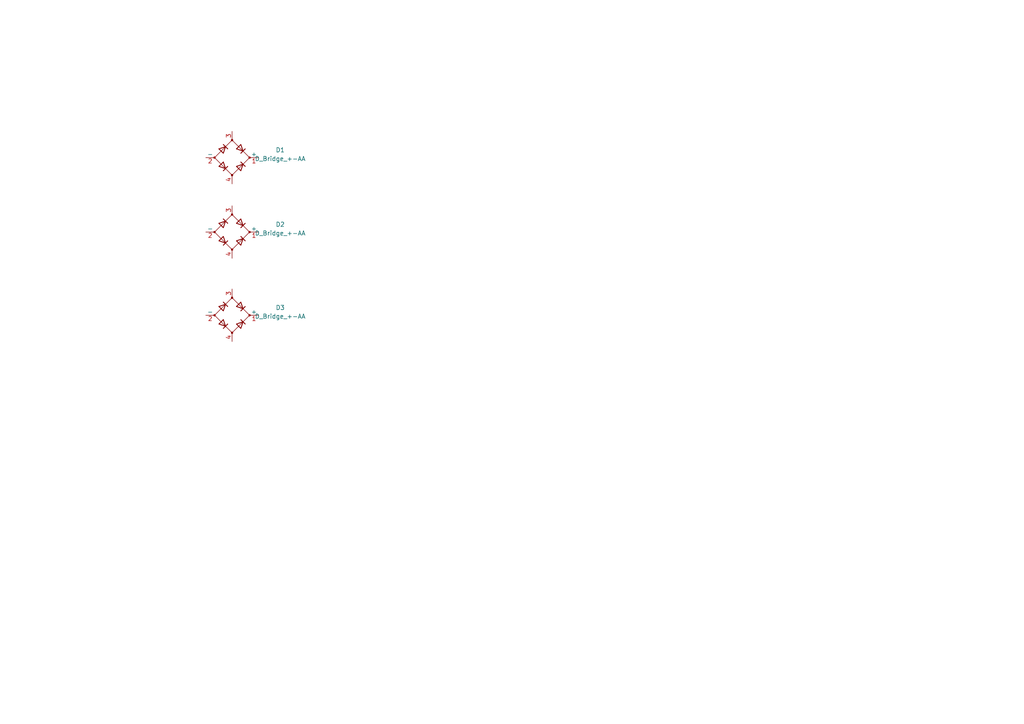
<source format=kicad_sch>
(kicad_sch (version 20230121) (generator eeschema)
  (paper "A4")
  (lib_symbols
    (symbol "Device:D_Bridge_+-AA" (pin_names (offset 0))
      (property "Reference" "D" (at 2.54 6.985 0))
      (property "Value" "D_Bridge_+-AA" (at 2.54 5.08 0))
      (symbol "D_Bridge_+-AA_0_1"
        (circle (center -5.08 0) (radius 0.254) (fill (type outline)))
        (circle (center 0 -5.08) (radius 0.254) (fill (type outline)))
        (polyline (pts (xy -2.54 3.81) (xy -1.27 2.54)) (stroke (width 0.254)))
        (polyline (pts (xy -1.27 -2.54) (xy -2.54 -3.81)) (stroke (width 0.254)))
        (polyline (pts (xy 2.54 -1.27) (xy 3.81 -2.54)) (stroke (width 0.254)))
        (polyline (pts (xy 2.54 1.27) (xy 3.81 2.54)) (stroke (width 0.254)))
        (polyline (pts (xy -3.81 2.54) (xy -2.54 1.27) (xy -1.905 3.175) (xy -3.81 2.54)) (stroke (width 0.254)))
        (polyline (pts (xy -2.54 -1.27) (xy -3.81 -2.54) (xy -1.905 -3.175) (xy -2.54 -1.27)) (stroke (width 0.254)))
        (polyline (pts (xy 1.27 2.54) (xy 2.54 3.81) (xy 3.175 1.905) (xy 1.27 2.54)) (stroke (width 0.254)))
        (polyline (pts (xy 3.175 -1.905) (xy 1.27 -2.54) (xy 2.54 -3.81) (xy 3.175 -1.905)) (stroke (width 0.254)))
        (polyline (pts (xy -5.08 0) (xy 0 -5.08) (xy 5.08 0) (xy 0 5.08) (xy -5.08 0)))
        (circle (center 0 5.08) (radius 0.254) (fill (type outline)))
        (circle (center 5.08 0) (radius 0.254) (fill (type outline)))
      )
      (symbol "D_Bridge_+-AA_1_1"
        (pin passive line (at 7.62 0 180) (length 2.54) (name "+") (number "1"))
        (pin passive line (at -7.62 0 0) (length 2.54) (name "-") (number "2"))
        (pin passive line (at 0 7.62 270) (length 2.54) (name "~") (number "3"))
        (pin passive line (at 0 -7.62 90) (length 2.54) (name "~") (number "4"))
      )
    )
  )
  (symbol (lib_id "Device:D_Bridge_+-AA") (at 67.31 91.44 0) (unit 1)
    (property "Reference" "D3" (at 81.28 89.2241 0))
    (property "Value" "D_Bridge_+-AA" (at 81.28 91.7641 0))
  )
  (symbol (lib_id "Device:D_Bridge_+-AA") (at 67.31 45.72 0) (unit 1)
    (property "Reference" "D1" (at 81.28 43.5041 0))
    (property "Value" "D_Bridge_+-AA" (at 81.28 46.0441 0))
  )
  (symbol (lib_id "Device:D_Bridge_+-AA") (at 67.31 67.31 0) (unit 1)
    (property "Reference" "D2" (at 81.28 65.0941 0))
    (property "Value" "D_Bridge_+-AA" (at 81.28 67.6341 0))
  )
)
</source>
